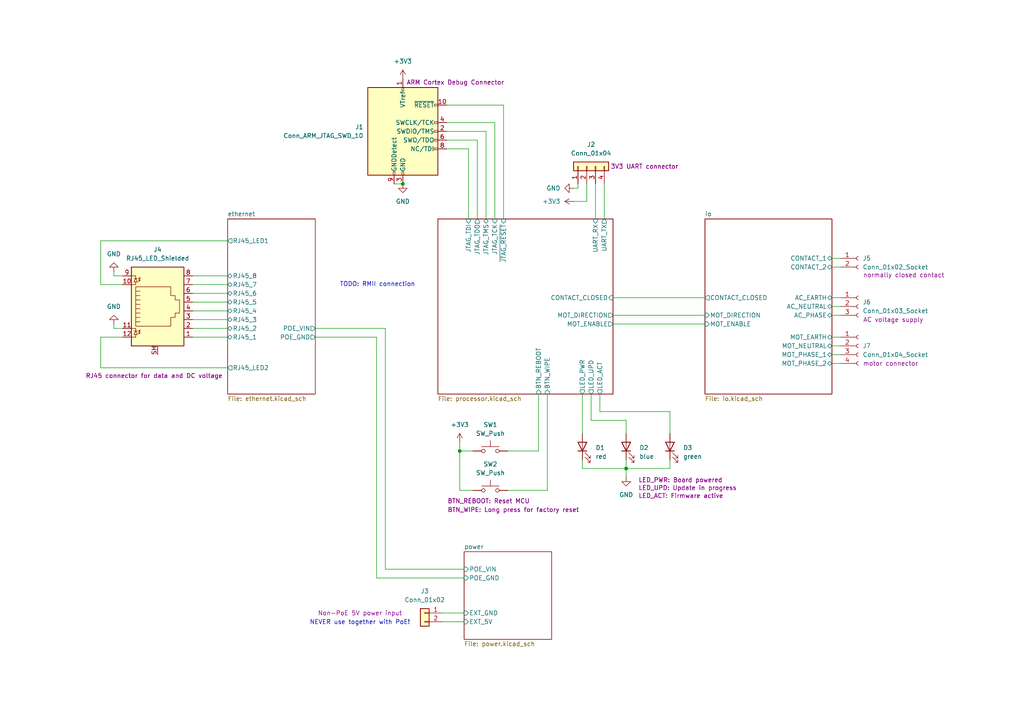
<source format=kicad_sch>
(kicad_sch (version 20250114) (generator "eeschema") (generator_version "9.0")
  (paper "A4")
  (title_block (title "iot-contact"))
  (lib_symbols
    (symbol "Connector:Conn_01x02_Socket" (pin_names (offset 1.016) (hide yes))
      (property "Reference" "J" (at 0 2.54 0))
      (property "Value" "Conn_01x02_Socket" (at 0 -5.08 0))
      (symbol "Conn_01x02_Socket_1_1"
        (polyline (pts (xy -1.27 0) (xy -0.508 0)) (stroke (width 0.1524)))
        (polyline (pts (xy -1.27 -2.54) (xy -0.508 -2.54)) (stroke (width 0.1524)))
        (arc (start 0 -0.508) (mid -0.5058 0) (end 0 0.508) (stroke (width 0.1524)))
        (arc (start 0 -3.048) (mid -0.5058 -2.54) (end 0 -2.032) (stroke (width 0.1524)))
        (pin passive line (at -5.08 0 0) (length 3.81) (name "Pin_1") (number "1"))
        (pin passive line (at -5.08 -2.54 0) (length 3.81) (name "Pin_2") (number "2"))
      )
    )
    (symbol "Connector:Conn_01x03_Socket" (pin_names (offset 1.016) (hide yes))
      (property "Reference" "J" (at 0 5.08 0))
      (property "Value" "Conn_01x03_Socket" (at 0 -5.08 0))
      (symbol "Conn_01x03_Socket_1_1"
        (polyline (pts (xy -1.27 2.54) (xy -0.508 2.54)) (stroke (width 0.1524)))
        (polyline (pts (xy -1.27 0) (xy -0.508 0)) (stroke (width 0.1524)))
        (polyline (pts (xy -1.27 -2.54) (xy -0.508 -2.54)) (stroke (width 0.1524)))
        (arc (start 0 2.032) (mid -0.5058 2.54) (end 0 3.048) (stroke (width 0.1524)))
        (arc (start 0 -0.508) (mid -0.5058 0) (end 0 0.508) (stroke (width 0.1524)))
        (arc (start 0 -3.048) (mid -0.5058 -2.54) (end 0 -2.032) (stroke (width 0.1524)))
        (pin passive line (at -5.08 2.54 0) (length 3.81) (name "Pin_1") (number "1"))
        (pin passive line (at -5.08 0 0) (length 3.81) (name "Pin_2") (number "2"))
        (pin passive line (at -5.08 -2.54 0) (length 3.81) (name "Pin_3") (number "3"))
      )
    )
    (symbol "Connector:Conn_01x04_Socket" (pin_names (offset 1.016) (hide yes))
      (property "Reference" "J" (at 0 5.08 0))
      (property "Value" "Conn_01x04_Socket" (at 0 -7.62 0))
      (symbol "Conn_01x04_Socket_1_1"
        (polyline (pts (xy -1.27 2.54) (xy -0.508 2.54)) (stroke (width 0.1524)))
        (polyline (pts (xy -1.27 0) (xy -0.508 0)) (stroke (width 0.1524)))
        (polyline (pts (xy -1.27 -2.54) (xy -0.508 -2.54)) (stroke (width 0.1524)))
        (polyline (pts (xy -1.27 -5.08) (xy -0.508 -5.08)) (stroke (width 0.1524)))
        (arc (start 0 2.032) (mid -0.5058 2.54) (end 0 3.048) (stroke (width 0.1524)))
        (arc (start 0 -0.508) (mid -0.5058 0) (end 0 0.508) (stroke (width 0.1524)))
        (arc (start 0 -3.048) (mid -0.5058 -2.54) (end 0 -2.032) (stroke (width 0.1524)))
        (arc (start 0 -5.588) (mid -0.5058 -5.08) (end 0 -4.572) (stroke (width 0.1524)))
        (pin passive line (at -5.08 2.54 0) (length 3.81) (name "Pin_1") (number "1"))
        (pin passive line (at -5.08 0 0) (length 3.81) (name "Pin_2") (number "2"))
        (pin passive line (at -5.08 -2.54 0) (length 3.81) (name "Pin_3") (number "3"))
        (pin passive line (at -5.08 -5.08 0) (length 3.81) (name "Pin_4") (number "4"))
      )
    )
    (symbol "Connector:Conn_ARM_JTAG_SWD_10" (pin_names (offset 1.016))
      (property "Reference" "J" (at -2.54 16.51 0))
      (property "Value" "Conn_ARM_JTAG_SWD_10" (at -2.54 13.97 0))
      (symbol "Conn_ARM_JTAG_SWD_10_0_1"
        (rectangle (start -10.16 12.7) (end 10.16 -12.7) (stroke (width 0.254)) (fill (type background)))
        (rectangle (start -2.794 -12.7) (end -2.286 -11.684))
        (rectangle (start -0.254 12.7) (end 0.254 11.684))
        (rectangle (start -0.254 -12.7) (end 0.254 -11.684))
        (rectangle (start 9.144 2.286) (end 10.16 2.794))
        (rectangle (start 10.16 7.874) (end 9.144 7.366))
        (rectangle (start 10.16 -0.254) (end 9.144 0.254))
        (rectangle (start 10.16 -2.794) (end 9.144 -2.286))
      )
      (symbol "Conn_ARM_JTAG_SWD_10_1_1"
        (rectangle (start 9.144 -5.334) (end 10.16 -4.826))
        (pin no_connect line (at -10.16 0 0) (length 2.54) (hide yes) (name "KEY") (number "7"))
        (pin passive line (at -2.54 -15.24 90) (length 2.54) (name "GNDDetect") (number "9"))
        (pin power_in line (at 0 15.24 270) (length 2.54) (name "VTref") (number "1"))
        (pin power_in line (at 0 -15.24 90) (length 2.54) (name "GND") (number "3"))
        (pin passive line (at 0 -15.24 90) (length 2.54) (hide yes) (name "GND") (number "5"))
        (pin open_collector line (at 12.7 7.62 180) (length 2.54) (name "~{RESET}") (number "10"))
        (pin output line (at 12.7 2.54 180) (length 2.54) (name "SWCLK/TCK") (number "4"))
        (pin bidirectional line (at 12.7 0 180) (length 2.54) (name "SWDIO/TMS") (number "2"))
        (pin input line (at 12.7 -2.54 180) (length 2.54) (name "SWO/TDO") (number "6"))
        (pin output line (at 12.7 -5.08 180) (length 2.54) (name "NC/TDI") (number "8"))
      )
    )
    (symbol "Connector:RJ45_LED_Shielded" (pin_names (offset 1.016))
      (property "Reference" "J" (at -5.08 13.97 0))
      (property "Value" "RJ45_LED_Shielded" (at 1.27 13.97 0))
      (symbol "RJ45_LED_Shielded_0_1"
        (polyline (pts (xy -7.62 10.16) (xy -6.35 10.16)))
        (polyline (pts (xy -7.62 7.62) (xy -6.35 7.62)))
        (polyline (pts (xy -7.62 -5.08) (xy -6.35 -5.08)))
        (polyline (pts (xy -7.62 -7.62) (xy -6.35 -7.62)))
        (polyline (pts (xy -6.858 9.398) (xy -5.842 9.398)))
        (polyline (pts (xy -6.858 -5.842) (xy -5.842 -5.842)))
        (polyline (pts (xy -6.35 10.16) (xy -6.35 9.398)))
        (polyline (pts (xy -6.35 9.398) (xy -6.858 8.382) (xy -5.842 8.382) (xy -6.35 9.398)))
        (polyline (pts (xy -6.35 7.62) (xy -6.35 8.382)))
        (polyline (pts (xy -6.35 1.905) (xy -5.08 1.905) (xy -5.08 1.905)))
        (polyline (pts (xy -6.35 0.635) (xy -5.08 0.635) (xy -5.08 0.635)))
        (polyline (pts (xy -6.35 -0.635) (xy -5.08 -0.635) (xy -5.08 -0.635)))
        (polyline (pts (xy -6.35 -1.905) (xy -5.08 -1.905) (xy -5.08 -1.905)))
        (polyline (pts (xy -6.35 -3.175) (xy -5.08 -3.175) (xy -5.08 -3.175)))
        (polyline (pts (xy -6.35 -4.445) (xy -6.35 6.985) (xy 3.81 6.985) (xy 3.81 4.445) (xy 5.08 4.445) (xy 5.08 3.175) (xy 6.35 3.175) (xy 6.35 -0.635) (xy 5.08 -0.635) (xy 5.08 -1.905) (xy 3.81 -1.905) (xy 3.81 -4.445) (xy -6.35 -4.445) (xy -6.35 -4.445)))
        (polyline (pts (xy -6.35 -5.08) (xy -6.35 -5.842)))
        (polyline (pts (xy -6.35 -5.842) (xy -6.858 -6.858) (xy -5.842 -6.858) (xy -6.35 -5.842)))
        (polyline (pts (xy -6.35 -7.62) (xy -6.35 -6.858)))
        (polyline (pts (xy -5.588 9.144) (xy -5.08 9.652) (xy -5.461 9.525)))
        (polyline (pts (xy -5.588 8.509) (xy -5.08 9.017) (xy -5.461 8.89)))
        (polyline (pts (xy -5.588 -6.096) (xy -5.08 -5.588) (xy -5.461 -5.715)))
        (polyline (pts (xy -5.588 -6.731) (xy -5.08 -6.223) (xy -5.461 -6.35)))
        (polyline (pts (xy -5.08 9.652) (xy -5.207 9.271)))
        (polyline (pts (xy -5.08 9.017) (xy -5.207 8.636)))
        (polyline (pts (xy -5.08 5.715) (xy -6.35 5.715)))
        (polyline (pts (xy -5.08 4.445) (xy -6.35 4.445)))
        (polyline (pts (xy -5.08 3.175) (xy -6.35 3.175) (xy -6.35 3.175)))
        (polyline (pts (xy -5.08 -5.588) (xy -5.207 -5.969)))
        (polyline (pts (xy -5.08 -6.223) (xy -5.207 -6.604)))
        (rectangle (start 7.62 12.7) (end -7.62 -10.16) (stroke (width 0.254)) (fill (type background)))
      )
      (symbol "RJ45_LED_Shielded_1_1"
        (pin passive line (at -10.16 10.16 0) (length 2.54) (name "~") (number "9"))
        (pin passive line (at -10.16 7.62 0) (length 2.54) (name "~") (number "10"))
        (pin passive line (at -10.16 -5.08 0) (length 2.54) (name "~") (number "11"))
        (pin passive line (at -10.16 -7.62 0) (length 2.54) (name "~") (number "12"))
        (pin passive line (at 0 -12.7 90) (length 2.54) (name "~") (number "SH"))
        (pin passive line (at 10.16 10.16 180) (length 2.54) (name "~") (number "8"))
        (pin passive line (at 10.16 7.62 180) (length 2.54) (name "~") (number "7"))
        (pin passive line (at 10.16 5.08 180) (length 2.54) (name "~") (number "6"))
        (pin passive line (at 10.16 2.54 180) (length 2.54) (name "~") (number "5"))
        (pin passive line (at 10.16 0 180) (length 2.54) (name "~") (number "4"))
        (pin passive line (at 10.16 -2.54 180) (length 2.54) (name "~") (number "3"))
        (pin passive line (at 10.16 -5.08 180) (length 2.54) (name "~") (number "2"))
        (pin passive line (at 10.16 -7.62 180) (length 2.54) (name "~") (number "1"))
      )
    )
    (symbol "Connector_Generic:Conn_01x02" (pin_names (offset 1.016) (hide yes))
      (property "Reference" "J" (at 0 2.54 0))
      (property "Value" "Conn_01x02" (at 0 -5.08 0))
      (symbol "Conn_01x02_1_1"
        (rectangle (start -1.27 1.27) (end 1.27 -3.81) (stroke (width 0.254)) (fill (type background)))
        (rectangle (start -1.27 0.127) (end 0 -0.127) (stroke (width 0.1524)))
        (rectangle (start -1.27 -2.413) (end 0 -2.667) (stroke (width 0.1524)))
        (pin passive line (at -5.08 0 0) (length 3.81) (name "Pin_1") (number "1"))
        (pin passive line (at -5.08 -2.54 0) (length 3.81) (name "Pin_2") (number "2"))
      )
    )
    (symbol "Connector_Generic:Conn_01x04" (pin_names (offset 1.016) (hide yes))
      (property "Reference" "J" (at 0 5.08 0))
      (property "Value" "Conn_01x04" (at 0 -7.62 0))
      (symbol "Conn_01x04_1_1"
        (rectangle (start -1.27 3.81) (end 1.27 -6.35) (stroke (width 0.254)) (fill (type background)))
        (rectangle (start -1.27 2.667) (end 0 2.413) (stroke (width 0.1524)))
        (rectangle (start -1.27 0.127) (end 0 -0.127) (stroke (width 0.1524)))
        (rectangle (start -1.27 -2.413) (end 0 -2.667) (stroke (width 0.1524)))
        (rectangle (start -1.27 -4.953) (end 0 -5.207) (stroke (width 0.1524)))
        (pin passive line (at -5.08 2.54 0) (length 3.81) (name "Pin_1") (number "1"))
        (pin passive line (at -5.08 0 0) (length 3.81) (name "Pin_2") (number "2"))
        (pin passive line (at -5.08 -2.54 0) (length 3.81) (name "Pin_3") (number "3"))
        (pin passive line (at -5.08 -5.08 0) (length 3.81) (name "Pin_4") (number "4"))
      )
    )
    (symbol "Device:LED" (pin_numbers (hide yes)) (pin_names (offset 1.016) (hide yes))
      (property "Reference" "D" (at 0 2.54 0))
      (property "Value" "LED" (at 0 -2.54 0))
      (symbol "LED_0_1"
        (polyline (pts (xy -3.048 -0.762) (xy -4.572 -2.286) (xy -3.81 -2.286) (xy -4.572 -2.286) (xy -4.572 -1.524)))
        (polyline (pts (xy -1.778 -0.762) (xy -3.302 -2.286) (xy -2.54 -2.286) (xy -3.302 -2.286) (xy -3.302 -1.524)))
        (polyline (pts (xy -1.27 0) (xy 1.27 0)))
        (polyline (pts (xy -1.27 -1.27) (xy -1.27 1.27)) (stroke (width 0.254)))
        (polyline (pts (xy 1.27 -1.27) (xy 1.27 1.27) (xy -1.27 0) (xy 1.27 -1.27)) (stroke (width 0.254)))
      )
      (symbol "LED_1_1"
        (pin passive line (at -3.81 0 0) (length 2.54) (name "K") (number "1"))
        (pin passive line (at 3.81 0 180) (length 2.54) (name "A") (number "2"))
      )
    )
    (symbol "Switch:SW_Push" (pin_numbers (hide yes)) (pin_names (offset 1.016) (hide yes))
      (property "Reference" "SW" (at 1.27 2.54 0))
      (property "Value" "SW_Push" (at 0 -1.524 0))
      (symbol "SW_Push_0_1"
        (circle (center -2.032 0) (radius 0.508))
        (polyline (pts (xy 0 1.27) (xy 0 3.048)))
        (circle (center 2.032 0) (radius 0.508))
        (polyline (pts (xy 2.54 1.27) (xy -2.54 1.27)))
        (pin passive line (at -5.08 0 0) (length 2.54) (name "1") (number "1"))
        (pin passive line (at 5.08 0 180) (length 2.54) (name "2") (number "2"))
      )
    )
    (symbol "power:+3V3" (power) (pin_numbers (hide yes)) (pin_names (offset 0) (hide yes))
      (property "Value" "+3V3" (at 0 3.556 0))
      (symbol "+3V3_0_1"
        (polyline (pts (xy -0.762 1.27) (xy 0 2.54)))
        (polyline (pts (xy 0 2.54) (xy 0.762 1.27)))
        (polyline (pts (xy 0 0) (xy 0 2.54)))
      )
      (symbol "+3V3_1_1"
        (pin power_in line (at 0 0 90) (length 0) (name "~") (number "1"))
      )
    )
    (symbol "power:GND" (power) (pin_numbers (hide yes)) (pin_names (offset 0) (hide yes))
      (property "Value" "GND" (at 0 -3.81 0))
      (symbol "GND_0_1"
        (polyline (pts (xy 0 0) (xy 0 -1.27) (xy 1.27 -1.27) (xy 0 -2.54) (xy -1.27 -1.27) (xy 0 -1.27)))
      )
      (symbol "GND_1_1"
        (pin power_in line (at 0 0 270) (length 0) (name "~") (number "1"))
      )
    )
  )
  (text "NEVER use together with PoE!" (at 104.394 180.594 0) (effects (font (size 1.27 1.27))))
  (text "TODO: RMII connection" (at 109.474 82.55 0) (effects (font (size 1.27 1.27))))
  (junction (at 181.61 135.89))
  (junction (at 133.35 130.81))
  (junction (at 116.84 53.34))
  (wire (pts (xy 181.61 135.89) (xy 181.61 138.43)))
  (wire (pts (xy 138.43 40.64) (xy 138.43 63.5)))
  (wire (pts (xy 29.21 82.55) (xy 35.56 82.55)))
  (wire (pts (xy 181.61 133.35) (xy 181.61 135.89)))
  (wire (pts (xy 55.88 80.01) (xy 66.04 80.01)))
  (wire (pts (xy 33.02 80.01) (xy 35.56 80.01)))
  (wire (pts (xy 111.76 165.1) (xy 134.62 165.1)))
  (wire (pts (xy 241.3 102.87) (xy 243.84 102.87)))
  (wire (pts (xy 170.18 58.42) (xy 166.37 58.42)))
  (wire (pts (xy 109.22 97.79) (xy 109.22 167.64)))
  (wire (pts (xy 111.76 95.25) (xy 111.76 165.1)))
  (wire (pts (xy 129.54 35.56) (xy 143.51 35.56)))
  (wire (pts (xy 181.61 121.92) (xy 181.61 125.73)))
  (wire (pts (xy 177.8 86.36) (xy 204.47 86.36)))
  (wire (pts (xy 129.54 30.48) (xy 146.05 30.48)))
  (wire (pts (xy 146.05 30.48) (xy 146.05 63.5)))
  (wire (pts (xy 156.21 114.3) (xy 156.21 130.81)))
  (wire (pts (xy 133.35 130.81) (xy 133.35 142.24)))
  (wire (pts (xy 241.3 97.79) (xy 243.84 97.79)))
  (wire (pts (xy 158.75 114.3) (xy 158.75 142.24)))
  (wire (pts (xy 55.88 85.09) (xy 66.04 85.09)))
  (wire (pts (xy 168.91 135.89) (xy 181.61 135.89)))
  (wire (pts (xy 33.02 93.98) (xy 33.02 95.25)))
  (wire (pts (xy 114.3 53.34) (xy 116.84 53.34)))
  (wire (pts (xy 168.91 114.3) (xy 168.91 125.73)))
  (wire (pts (xy 173.99 114.3) (xy 173.99 119.38)))
  (wire (pts (xy 129.54 40.64) (xy 138.43 40.64)))
  (wire (pts (xy 137.16 142.24) (xy 133.35 142.24)))
  (wire (pts (xy 166.37 54.61) (xy 167.64 54.61)))
  (wire (pts (xy 170.18 53.34) (xy 170.18 58.42)))
  (wire (pts (xy 91.44 97.79) (xy 109.22 97.79)))
  (wire (pts (xy 133.35 130.81) (xy 133.35 128.27)))
  (wire (pts (xy 129.54 43.18) (xy 135.89 43.18)))
  (wire (pts (xy 241.3 74.93) (xy 243.84 74.93)))
  (wire (pts (xy 55.88 82.55) (xy 66.04 82.55)))
  (wire (pts (xy 241.3 91.44) (xy 243.84 91.44)))
  (wire (pts (xy 55.88 97.79) (xy 66.04 97.79)))
  (wire (pts (xy 167.64 54.61) (xy 167.64 53.34)))
  (wire (pts (xy 140.97 38.1) (xy 140.97 63.5)))
  (wire (pts (xy 33.02 78.74) (xy 33.02 80.01)))
  (wire (pts (xy 173.99 119.38) (xy 194.31 119.38)))
  (wire (pts (xy 194.31 119.38) (xy 194.31 125.73)))
  (wire (pts (xy 194.31 133.35) (xy 194.31 135.89)))
  (wire (pts (xy 177.8 91.44) (xy 204.47 91.44)))
  (wire (pts (xy 194.31 135.89) (xy 181.61 135.89)))
  (wire (pts (xy 29.21 97.79) (xy 35.56 97.79)))
  (wire (pts (xy 168.91 133.35) (xy 168.91 135.89)))
  (wire (pts (xy 158.75 142.24) (xy 147.32 142.24)))
  (wire (pts (xy 143.51 35.56) (xy 143.51 63.5)))
  (wire (pts (xy 172.72 53.34) (xy 172.72 63.5)))
  (wire (pts (xy 171.45 114.3) (xy 171.45 121.92)))
  (wire (pts (xy 55.88 87.63) (xy 66.04 87.63)))
  (wire (pts (xy 129.54 38.1) (xy 140.97 38.1)))
  (wire (pts (xy 241.3 88.9) (xy 243.84 88.9)))
  (wire (pts (xy 241.3 100.33) (xy 243.84 100.33)))
  (wire (pts (xy 135.89 43.18) (xy 135.89 63.5)))
  (wire (pts (xy 171.45 121.92) (xy 181.61 121.92)))
  (wire (pts (xy 55.88 95.25) (xy 66.04 95.25)))
  (wire (pts (xy 128.27 177.8) (xy 134.62 177.8)))
  (wire (pts (xy 137.16 130.81) (xy 133.35 130.81)))
  (wire (pts (xy 128.27 180.34) (xy 134.62 180.34)))
  (wire (pts (xy 177.8 93.98) (xy 204.47 93.98)))
  (wire (pts (xy 175.26 53.34) (xy 175.26 63.5)))
  (wire (pts (xy 241.3 77.47) (xy 243.84 77.47)))
  (wire (pts (xy 29.21 69.85) (xy 29.21 82.55)))
  (wire (pts (xy 156.21 130.81) (xy 147.32 130.81)))
  (wire (pts (xy 91.44 95.25) (xy 111.76 95.25)))
  (wire (pts (xy 241.3 105.41) (xy 243.84 105.41)))
  (wire (pts (xy 55.88 90.17) (xy 66.04 90.17)))
  (wire (pts (xy 109.22 167.64) (xy 134.62 167.64)))
  (wire (pts (xy 241.3 86.36) (xy 243.84 86.36)))
  (wire (pts (xy 33.02 95.25) (xy 35.56 95.25)))
  (wire (pts (xy 55.88 92.71) (xy 66.04 92.71)))
  (wire (pts (xy 29.21 106.68) (xy 29.21 97.79)))
  (wire (pts (xy 66.04 69.85) (xy 29.21 69.85)))
  (wire (pts (xy 66.04 106.68) (xy 29.21 106.68)))
  (symbol (lib_id "power:GND") (at 33.02 93.98 180) (unit 1)
    (property "Reference" "#PWR08" (effects (hide yes)))
    (property "Value" "GND" (at 33.02 88.9 0))
    (property "Description" "Power symbol creates a global label with name \"GND\" , ground" (effects (hide yes)))
  )
  (symbol (lib_id "Switch:SW_Push") (at 142.24 130.81 0) (mirror y) (unit 1)
    (property "Reference" "SW1" (at 142.24 123.19 0))
    (property "Value" "SW_Push" (at 142.24 125.73 0))
    (property "Footprint" "Button_Switch_SMD:SW_SPST_TL3305B" (effects (hide yes)))
    (property "Datasheet" "https://www.e-switch.com/wp-content/uploads/2024/08/TL3305.pdf" (effects (hide yes)))
    (property "Description" "BTN_REBOOT: Reset MCU" (at 129.794 145.288 0) (effects (justify right)))
    (property "MPN" "TL3305BF260QG" (effects (hide yes)))
    (property "Manufacturer" "E-Switch" (effects (hide yes)))
  )
  (symbol (lib_id "Connector:RJ45_LED_Shielded") (at 45.72 90.17 0) (unit 1)
    (property "Reference" "J4" (at 45.72 72.39 0))
    (property "Value" "RJ45_LED_Shielded" (at 45.72 74.93 0))
    (property "Footprint" "Connector_RJ:RJ45_BEL_SS74301-00x_Vertical" (effects (hide yes)))
    (property "Datasheet" "https://www.cinch.com/media/datasheets/products/ethernet-usb/ds-stw-2.5g-connectors.pdf" (effects (hide yes)))
    (property "Description" "RJ45 connector for data and DC voltage" (at 44.704 108.966 0))
    (property "MPN" "SS-74301-001" (effects (hide yes)))
    (property "Manufacturer" "Stewart Connector" (effects (hide yes)))
  )
  (symbol (lib_id "Switch:SW_Push") (at 142.24 142.24 0) (mirror y) (unit 1)
    (property "Reference" "SW2" (at 142.24 134.62 0))
    (property "Value" "SW_Push" (at 142.24 137.16 0))
    (property "Footprint" "Button_Switch_SMD:SW_SPST_TL3305B" (effects (hide yes)))
    (property "Datasheet" "https://www.e-switch.com/wp-content/uploads/2024/08/TL3305.pdf" (effects (hide yes)))
    (property "Description" "BTN_WIPE: Long press for factory reset" (at 129.794 147.828 0) (effects (justify right)))
    (property "MPN" "TL3305BF260QG" (effects (hide yes)))
    (property "Manufacturer" "E-Switch" (effects (hide yes)))
  )
  (symbol (lib_id "Device:LED") (at 181.61 129.54 90) (unit 1)
    (property "Reference" "D2" (at 185.42 129.8574 90) (effects (justify right)))
    (property "Value" "blue" (at 185.42 132.3974 90) (effects (justify right)))
    (property "Footprint" "LED_SMD:LED_1206_3216Metric" (effects (hide yes)))
    (property "Datasheet" "https://s3-us-west-2.amazonaws.com/catsy.557/Dialight_CBI_data_598-1206_Apr2018.pdf" (effects (hide yes)))
    (property "Description" "LED_UPD: Update in progress" (at 185.166 141.478 90) (effects (justify right)))
    (property "MPN" "598-8291-107F" (effects (hide yes)))
    (property "Manufacturer" "Dialight" (effects (hide yes)))
  )
  (symbol (lib_id "Connector_Generic:Conn_01x04") (at 170.18 48.26 90) (unit 1)
    (property "Reference" "J2" (at 171.45 41.91 90))
    (property "Value" "Conn_01x04" (at 171.45 44.45 90))
    (property "Footprint" "Connector_PinHeader_2.54mm:PinHeader_1x04_P2.54mm_Vertical" (effects (hide yes)))
    (property "Description" "3V3 UART connector" (at 186.944 48.26 90))
  )
  (symbol (lib_id "power:+3V3") (at 133.35 128.27 0) (mirror y) (unit 1)
    (property "Reference" "#PWR04" (effects (hide yes)))
    (property "Value" "+3V3" (at 133.35 123.19 0))
    (property "Description" "Power symbol creates a global label with name \"+3V3\"" (effects (hide yes)))
  )
  (symbol (lib_id "Connector:Conn_ARM_JTAG_SWD_10") (at 116.84 38.1 0) (unit 1)
    (property "Reference" "J1" (at 105.41 36.8299 0) (effects (justify right)))
    (property "Value" "Conn_ARM_JTAG_SWD_10" (at 105.41 39.3699 0) (effects (justify right)))
    (property "Datasheet" "https://mm.digikey.com/Volume0/opasdata/d220001/medias/docus/6209/ftsh-1xx-xx-xxx-dv-xxx-xxx-x-xx-mkt.pdf" (effects (hide yes)))
    (property "Description" "ARM Cortex Debug Connector" (at 132.08 23.876 0))
    (property "MPN" "FTSH-105-01-L-DV-007-K-TR" (effects (hide yes)))
    (property "Manufacturer" "samtec" (effects (hide yes)))
  )
  (symbol (lib_id "Connector_Generic:Conn_01x02") (at 123.19 177.8 0) (mirror y) (unit 1)
    (property "Reference" "J3" (at 123.19 171.45 0))
    (property "Value" "Conn_01x02" (at 123.19 173.99 0))
    (property "Footprint" "Connector_PinHeader_2.54mm:PinHeader_1x02_P2.54mm_Vertical" (effects (hide yes)))
    (property "Description" "Non-PoE 5V power input" (at 104.394 177.8 0))
  )
  (symbol (lib_id "power:+3V3") (at 166.37 58.42 90) (unit 1)
    (property "Reference" "#PWR06" (effects (hide yes)))
    (property "Value" "+3V3" (at 162.56 58.4199 90) (effects (justify left)))
    (property "Description" "Power symbol creates a global label with name \"+3V3\"" (effects (hide yes)))
  )
  (symbol (lib_id "Device:LED") (at 194.31 129.54 90) (unit 1)
    (property "Reference" "D3" (at 198.12 129.8574 90) (effects (justify right)))
    (property "Value" "green" (at 198.12 132.3974 90) (effects (justify right)))
    (property "Footprint" "LED_SMD:LED_1206_3216Metric" (effects (hide yes)))
    (property "Datasheet" "https://s3-us-west-2.amazonaws.com/catsy.557/Dialight_CBI_data_598-1206_Apr2018.pdf" (effects (hide yes)))
    (property "Description" "LED_ACT: Firmware active" (at 185.166 143.764 90) (effects (justify right)))
    (property "MPN" "598-8270-107F" (effects (hide yes)))
    (property "Manufacturer" "Dialight" (effects (hide yes)))
  )
  (symbol (lib_id "power:GND") (at 116.84 53.34 0) (unit 1)
    (property "Reference" "#PWR02" (effects (hide yes)))
    (property "Value" "GND" (at 116.84 58.42 0))
    (property "Description" "Power symbol creates a global label with name \"GND\" , ground" (effects (hide yes)))
  )
  (symbol (lib_id "Connector:Conn_01x02_Socket") (at 248.92 74.93 0) (unit 1)
    (property "Reference" "J5" (at 250.19 74.9299 0) (effects (justify left)))
    (property "Value" "Conn_01x02_Socket" (at 250.19 77.4699 0) (effects (justify left)))
    (property "Footprint" "TerminalBlock_WAGO:TerminalBlock_WAGO_236-402_1x02_P5.00mm_45Degree" (effects (hide yes)))
    (property "Description" "normally closed contact" (at 262.128 79.756 0))
    (property "MPN" "236-402" (effects (hide yes)))
    (property "Manufacturer" "WAGO Corporation" (effects (hide yes)))
  )
  (symbol (lib_id "Connector:Conn_01x03_Socket") (at 248.92 88.9 0) (unit 1)
    (property "Reference" "J6" (at 250.19 87.6299 0) (effects (justify left)))
    (property "Value" "Conn_01x03_Socket" (at 250.19 90.1699 0) (effects (justify left)))
    (property "Footprint" "TerminalBlock_WAGO:TerminalBlock_WAGO_236-403_1x03_P5.00mm_45Degree" (effects (hide yes)))
    (property "Description" "AC voltage supply" (at 259.08 92.71 0))
    (property "MPN" "236-403" (effects (hide yes)))
    (property "Manufacturer" "WAGO Corporation" (effects (hide yes)))
  )
  (symbol (lib_id "power:GND") (at 181.61 138.43 0) (unit 1)
    (property "Reference" "#PWR03" (effects (hide yes)))
    (property "Value" "GND" (at 181.61 143.51 0))
    (property "Description" "Power symbol creates a global label with name \"GND\" , ground" (effects (hide yes)))
  )
  (symbol (lib_id "power:GND") (at 166.37 54.61 270) (unit 1)
    (property "Reference" "#PWR05" (effects (hide yes)))
    (property "Value" "GND" (at 162.56 54.6099 90) (effects (justify right)))
    (property "Description" "Power symbol creates a global label with name \"GND\" , ground" (effects (hide yes)))
  )
  (symbol (lib_id "power:+3V3") (at 116.84 22.86 0) (unit 1)
    (property "Reference" "#PWR01" (effects (hide yes)))
    (property "Value" "+3V3" (at 116.84 17.78 0))
    (property "Description" "Power symbol creates a global label with name \"+3V3\"" (effects (hide yes)))
  )
  (symbol (lib_id "Device:LED") (at 168.91 129.54 90) (unit 1)
    (property "Reference" "D1" (at 172.72 129.8574 90) (effects (justify right)))
    (property "Value" "red" (at 172.72 132.3974 90) (effects (justify right)))
    (property "Footprint" "LED_SMD:LED_1206_3216Metric" (effects (hide yes)))
    (property "Datasheet" "https://s3-us-west-2.amazonaws.com/catsy.557/Dialight_CBI_data_598-1206_Apr2018.pdf" (effects (hide yes)))
    (property "Description" "LED_PWR: Board powered" (at 185.166 139.192 90) (effects (justify right)))
    (property "MPN" "598-8210-107F" (effects (hide yes)))
    (property "Manufacturer" "Dialight" (effects (hide yes)))
  )
  (symbol (lib_id "Connector:Conn_01x04_Socket") (at 248.92 100.33 0) (unit 1)
    (property "Reference" "J7" (at 250.19 100.3299 0) (effects (justify left)))
    (property "Value" "Conn_01x04_Socket" (at 250.19 102.8699 0) (effects (justify left)))
    (property "Footprint" "TerminalBlock_WAGO:TerminalBlock_WAGO_236-404_1x04_P5.00mm_45Degree" (effects (hide yes)))
    (property "Description" "motor connector" (at 258.318 105.41 0))
    (property "MPN" "236-404" (effects (hide yes)))
    (property "Manufacturer" "WAGO Corporation" (effects (hide yes)))
  )
  (symbol (lib_id "power:GND") (at 33.02 78.74 180) (unit 1)
    (property "Reference" "#PWR07" (effects (hide yes)))
    (property "Value" "GND" (at 33.02 73.66 0))
    (property "Description" "Power symbol creates a global label with name \"GND\" , ground" (effects (hide yes)))
  )
  (sheet (at 66.04 63.5) (size 25.4 50.8) (stroke (width 0.1524))
    (property "Sheetname" "ethernet" (at 66.04 62.7884 0) (effects (justify left bottom)))
    (property "Sheetfile" "ethernet.kicad_sch" (at 66.04 114.8846 0) (effects (justify left top)))
    (pin "RJ45_1" bidirectional (at 66.04 97.79 180))
    (pin "RJ45_2" bidirectional (at 66.04 95.25 180))
    (pin "RJ45_3" bidirectional (at 66.04 92.71 180))
    (pin "RJ45_4" bidirectional (at 66.04 90.17 180))
    (pin "RJ45_5" bidirectional (at 66.04 87.63 180))
    (pin "RJ45_6" bidirectional (at 66.04 85.09 180))
    (pin "RJ45_7" bidirectional (at 66.04 82.55 180))
    (pin "RJ45_8" bidirectional (at 66.04 80.01 180))
    (pin "RJ45_LED1" output (at 66.04 69.85 180))
    (pin "RJ45_LED2" output (at 66.04 106.68 180))
    (pin "POE_GND" output (at 91.44 97.79 0))
    (pin "POE_VIN" output (at 91.44 95.25 0))
  )
  (sheet (at 204.47 63.5) (size 36.83 50.8) (stroke (width 0.1524))
    (property "Sheetname" "io" (at 204.47 62.7884 0) (effects (justify left bottom)))
    (property "Sheetfile" "io.kicad_sch" (at 204.47 114.8846 0) (effects (justify left top)))
    (pin "AC_EARTH" bidirectional (at 241.3 86.36 0))
    (pin "AC_NEUTRAL" bidirectional (at 241.3 88.9 0))
    (pin "AC_PHASE" bidirectional (at 241.3 91.44 0))
    (pin "MOT_EARTH" bidirectional (at 241.3 97.79 0))
    (pin "MOT_NEUTRAL" bidirectional (at 241.3 100.33 0))
    (pin "MOT_PHASE_1" bidirectional (at 241.3 102.87 0))
    (pin "MOT_PHASE_2" bidirectional (at 241.3 105.41 0))
    (pin "CONTACT_1" bidirectional (at 241.3 74.93 0))
    (pin "CONTACT_2" bidirectional (at 241.3 77.47 0))
    (pin "MOT_DIRECTION" input (at 204.47 91.44 180))
    (pin "MOT_ENABLE" input (at 204.47 93.98 180))
    (pin "CONTACT_CLOSED" output (at 204.47 86.36 180))
  )
  (sheet (at 127 63.5) (size 50.8 50.8) (stroke (width 0.1524))
    (property "Sheetname" "processor" (effects (hide yes)))
    (property "Sheetfile" "processor.kicad_sch" (at 127 114.8846 0) (effects (justify left top)))
    (pin "JTAG_TDI" input (at 135.89 63.5 90))
    (pin "JTAG_TDO" output (at 138.43 63.5 90))
    (pin "~{JTAG_RESET}" input (at 146.05 63.5 90))
    (pin "JTAG_TMS" bidirectional (at 140.97 63.5 90))
    (pin "JTAG_TCK" input (at 143.51 63.5 90))
    (pin "UART_RX" input (at 172.72 63.5 90))
    (pin "UART_TX" output (at 175.26 63.5 90))
    (pin "LED_UPD" output (at 171.45 114.3 270))
    (pin "LED_PWR" output (at 168.91 114.3 270))
    (pin "BTN_REBOOT" input (at 156.21 114.3 270))
    (pin "BTN_WIPE" input (at 158.75 114.3 270))
    (pin "LED_ACT" output (at 173.99 114.3 270))
    (pin "MOT_DIRECTION" output (at 177.8 91.44 0))
    (pin "MOT_ENABLE" output (at 177.8 93.98 0))
    (pin "CONTACT_CLOSED" input (at 177.8 86.36 0))
  )
  (sheet (at 134.62 160.02) (size 25.4 25.4) (stroke (width 0.1524))
    (property "Sheetname" "power" (at 134.62 159.3084 0) (effects (justify left bottom)))
    (property "Sheetfile" "power.kicad_sch" (at 134.62 186.0046 0) (effects (justify left top)))
    (pin "EXT_5V" input (at 134.62 180.34 180))
    (pin "EXT_GND" input (at 134.62 177.8 180))
    (pin "POE_VIN" input (at 134.62 165.1 180))
    (pin "POE_GND" input (at 134.62 167.64 180))
  )
)
</source>
